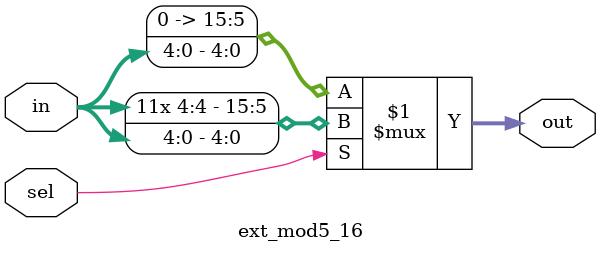
<source format=v>
module ext_mod5_16(out, sel, in);
    input [4:0] in;
    input sel;
    output [15:0] out;
    
    assign out = sel ? {{11{in[4]}}, {in}} : {{11{1'b0}}, {in}};

endmodule 

</source>
